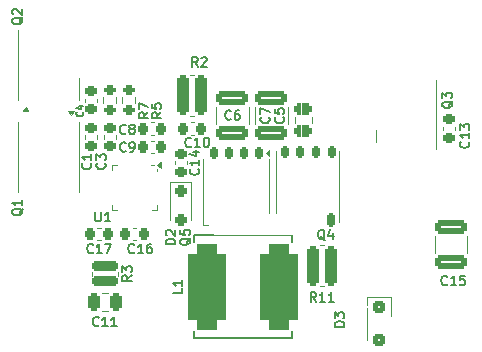
<source format=gbr>
%TF.GenerationSoftware,KiCad,Pcbnew,8.0.8*%
%TF.CreationDate,2025-03-17T13:27:47+01:00*%
%TF.ProjectId,BatteryCharger,42617474-6572-4794-9368-61726765722e,rev?*%
%TF.SameCoordinates,Original*%
%TF.FileFunction,Legend,Top*%
%TF.FilePolarity,Positive*%
%FSLAX46Y46*%
G04 Gerber Fmt 4.6, Leading zero omitted, Abs format (unit mm)*
G04 Created by KiCad (PCBNEW 8.0.8) date 2025-03-17 13:27:47*
%MOMM*%
%LPD*%
G01*
G04 APERTURE LIST*
G04 Aperture macros list*
%AMRoundRect*
0 Rectangle with rounded corners*
0 $1 Rounding radius*
0 $2 $3 $4 $5 $6 $7 $8 $9 X,Y pos of 4 corners*
0 Add a 4 corners polygon primitive as box body*
4,1,4,$2,$3,$4,$5,$6,$7,$8,$9,$2,$3,0*
0 Add four circle primitives for the rounded corners*
1,1,$1+$1,$2,$3*
1,1,$1+$1,$4,$5*
1,1,$1+$1,$6,$7*
1,1,$1+$1,$8,$9*
0 Add four rect primitives between the rounded corners*
20,1,$1+$1,$2,$3,$4,$5,0*
20,1,$1+$1,$4,$5,$6,$7,0*
20,1,$1+$1,$6,$7,$8,$9,0*
20,1,$1+$1,$8,$9,$2,$3,0*%
%AMFreePoly0*
4,1,53,0.519509,1.693079,0.555557,1.678147,0.583147,1.650557,0.598079,1.614509,0.600000,1.595000,0.600000,-1.495000,0.598079,-1.514509,0.583147,-1.550557,0.555557,-1.578147,0.519509,-1.593079,0.500000,-1.595000,-0.437500,-1.595000,-0.499686,-1.582630,-0.552405,-1.547405,-0.587630,-1.494686,-0.600000,-1.432500,-0.600000,-1.107500,-0.587630,-1.045314,-0.552405,-0.992595,-0.499686,-0.957370,
-0.437500,-0.945000,-0.100000,-0.945000,-0.100000,-0.325000,-0.437500,-0.325000,-0.499686,-0.312630,-0.552405,-0.277405,-0.587630,-0.224686,-0.600000,-0.162500,-0.600000,0.162500,-0.587630,0.224686,-0.552405,0.277405,-0.499686,0.312630,-0.437500,0.325000,-0.100000,0.325000,-0.100000,0.945000,-0.437500,0.945000,-0.499686,0.957370,-0.552405,0.992595,-0.587630,1.045314,-0.600000,1.107500,
-0.600000,1.432500,-0.587630,1.494686,-0.552405,1.547405,-0.499686,1.582630,-0.437500,1.595000,-0.100000,1.595000,-0.098079,1.614509,-0.083147,1.650557,-0.055557,1.678147,-0.019509,1.693079,0.000000,1.695000,0.500000,1.695000,0.519509,1.693079,0.519509,1.693079,$1*%
G04 Aperture macros list end*
%ADD10C,0.150000*%
%ADD11C,0.120000*%
%ADD12C,4.000000*%
%ADD13C,0.100000*%
%ADD14C,3.500000*%
%ADD15C,0.200000*%
%ADD16RoundRect,0.225000X0.225000X0.250000X-0.225000X0.250000X-0.225000X-0.250000X0.225000X-0.250000X0*%
%ADD17RoundRect,0.825000X-0.825000X-2.775000X0.825000X-2.775000X0.825000X2.775000X-0.825000X2.775000X0*%
%ADD18RoundRect,0.250000X-0.250000X-1.450000X0.250000X-1.450000X0.250000X1.450000X-0.250000X1.450000X0*%
%ADD19R,0.610000X1.270000*%
%ADD20R,3.910000X3.810000*%
%ADD21R,0.610000X1.020000*%
%ADD22RoundRect,0.150000X-0.150000X0.350000X-0.150000X-0.350000X0.150000X-0.350000X0.150000X0.350000X0*%
%ADD23R,0.626000X0.610000*%
%ADD24R,4.061000X4.200000*%
%ADD25R,0.500000X0.510000*%
%ADD26RoundRect,0.250000X0.250000X0.475000X-0.250000X0.475000X-0.250000X-0.475000X0.250000X-0.475000X0*%
%ADD27O,0.240000X0.700000*%
%ADD28O,0.700000X0.240000*%
%ADD29R,2.049999X2.049999*%
%ADD30RoundRect,0.250000X-1.100000X0.325000X-1.100000X-0.325000X1.100000X-0.325000X1.100000X0.325000X0*%
%ADD31RoundRect,0.200000X-0.275000X0.200000X-0.275000X-0.200000X0.275000X-0.200000X0.275000X0.200000X0*%
%ADD32RoundRect,0.225000X0.250000X-0.225000X0.250000X0.225000X-0.250000X0.225000X-0.250000X-0.225000X0*%
%ADD33RoundRect,0.250000X-0.475000X0.250000X-0.475000X-0.250000X0.475000X-0.250000X0.475000X0.250000X0*%
%ADD34FreePoly0,90.000000*%
%ADD35RoundRect,0.162500X0.162500X-0.437500X0.162500X0.437500X-0.162500X0.437500X-0.162500X-0.437500X0*%
%ADD36R,4.700000X4.500000*%
%ADD37RoundRect,0.175000X0.175000X-0.325000X0.175000X0.325000X-0.175000X0.325000X-0.175000X-0.325000X0*%
%ADD38RoundRect,0.250000X-0.250000X0.250000X-0.250000X-0.250000X0.250000X-0.250000X0.250000X0.250000X0*%
%ADD39RoundRect,0.250000X-0.300000X0.300000X-0.300000X-0.300000X0.300000X-0.300000X0.300000X0.300000X0*%
%ADD40RoundRect,0.225000X-0.250000X0.225000X-0.250000X-0.225000X0.250000X-0.225000X0.250000X0.225000X0*%
%ADD41RoundRect,0.207317X-0.892683X-0.217683X0.892683X-0.217683X0.892683X0.217683X-0.892683X0.217683X0*%
%ADD42RoundRect,0.225000X-0.225000X-0.250000X0.225000X-0.250000X0.225000X0.250000X-0.225000X0.250000X0*%
%ADD43C,3.500000*%
%ADD44C,1.540000*%
%ADD45C,2.800000*%
%ADD46C,3.000000*%
%ADD47C,1.600000*%
%ADD48C,1.800000*%
G04 APERTURE END LIST*
D10*
X139966667Y-98386104D02*
X139928571Y-98424200D01*
X139928571Y-98424200D02*
X139814286Y-98462295D01*
X139814286Y-98462295D02*
X139738095Y-98462295D01*
X139738095Y-98462295D02*
X139623809Y-98424200D01*
X139623809Y-98424200D02*
X139547619Y-98348009D01*
X139547619Y-98348009D02*
X139509524Y-98271819D01*
X139509524Y-98271819D02*
X139471428Y-98119438D01*
X139471428Y-98119438D02*
X139471428Y-98005152D01*
X139471428Y-98005152D02*
X139509524Y-97852771D01*
X139509524Y-97852771D02*
X139547619Y-97776580D01*
X139547619Y-97776580D02*
X139623809Y-97700390D01*
X139623809Y-97700390D02*
X139738095Y-97662295D01*
X139738095Y-97662295D02*
X139814286Y-97662295D01*
X139814286Y-97662295D02*
X139928571Y-97700390D01*
X139928571Y-97700390D02*
X139966667Y-97738485D01*
X140347619Y-98462295D02*
X140500000Y-98462295D01*
X140500000Y-98462295D02*
X140576190Y-98424200D01*
X140576190Y-98424200D02*
X140614286Y-98386104D01*
X140614286Y-98386104D02*
X140690476Y-98271819D01*
X140690476Y-98271819D02*
X140728571Y-98119438D01*
X140728571Y-98119438D02*
X140728571Y-97814676D01*
X140728571Y-97814676D02*
X140690476Y-97738485D01*
X140690476Y-97738485D02*
X140652381Y-97700390D01*
X140652381Y-97700390D02*
X140576190Y-97662295D01*
X140576190Y-97662295D02*
X140423809Y-97662295D01*
X140423809Y-97662295D02*
X140347619Y-97700390D01*
X140347619Y-97700390D02*
X140309524Y-97738485D01*
X140309524Y-97738485D02*
X140271428Y-97814676D01*
X140271428Y-97814676D02*
X140271428Y-98005152D01*
X140271428Y-98005152D02*
X140309524Y-98081342D01*
X140309524Y-98081342D02*
X140347619Y-98119438D01*
X140347619Y-98119438D02*
X140423809Y-98157533D01*
X140423809Y-98157533D02*
X140576190Y-98157533D01*
X140576190Y-98157533D02*
X140652381Y-98119438D01*
X140652381Y-98119438D02*
X140690476Y-98081342D01*
X140690476Y-98081342D02*
X140728571Y-98005152D01*
X144762295Y-110033333D02*
X144762295Y-110414285D01*
X144762295Y-110414285D02*
X143962295Y-110414285D01*
X144762295Y-109347619D02*
X144762295Y-109804762D01*
X144762295Y-109576190D02*
X143962295Y-109576190D01*
X143962295Y-109576190D02*
X144076580Y-109652381D01*
X144076580Y-109652381D02*
X144152771Y-109728571D01*
X144152771Y-109728571D02*
X144190866Y-109804762D01*
X140685714Y-106986104D02*
X140647618Y-107024200D01*
X140647618Y-107024200D02*
X140533333Y-107062295D01*
X140533333Y-107062295D02*
X140457142Y-107062295D01*
X140457142Y-107062295D02*
X140342856Y-107024200D01*
X140342856Y-107024200D02*
X140266666Y-106948009D01*
X140266666Y-106948009D02*
X140228571Y-106871819D01*
X140228571Y-106871819D02*
X140190475Y-106719438D01*
X140190475Y-106719438D02*
X140190475Y-106605152D01*
X140190475Y-106605152D02*
X140228571Y-106452771D01*
X140228571Y-106452771D02*
X140266666Y-106376580D01*
X140266666Y-106376580D02*
X140342856Y-106300390D01*
X140342856Y-106300390D02*
X140457142Y-106262295D01*
X140457142Y-106262295D02*
X140533333Y-106262295D01*
X140533333Y-106262295D02*
X140647618Y-106300390D01*
X140647618Y-106300390D02*
X140685714Y-106338485D01*
X141447618Y-107062295D02*
X140990475Y-107062295D01*
X141219047Y-107062295D02*
X141219047Y-106262295D01*
X141219047Y-106262295D02*
X141142856Y-106376580D01*
X141142856Y-106376580D02*
X141066666Y-106452771D01*
X141066666Y-106452771D02*
X140990475Y-106490866D01*
X142133333Y-106262295D02*
X141980952Y-106262295D01*
X141980952Y-106262295D02*
X141904761Y-106300390D01*
X141904761Y-106300390D02*
X141866666Y-106338485D01*
X141866666Y-106338485D02*
X141790476Y-106452771D01*
X141790476Y-106452771D02*
X141752380Y-106605152D01*
X141752380Y-106605152D02*
X141752380Y-106909914D01*
X141752380Y-106909914D02*
X141790476Y-106986104D01*
X141790476Y-106986104D02*
X141828571Y-107024200D01*
X141828571Y-107024200D02*
X141904761Y-107062295D01*
X141904761Y-107062295D02*
X142057142Y-107062295D01*
X142057142Y-107062295D02*
X142133333Y-107024200D01*
X142133333Y-107024200D02*
X142171428Y-106986104D01*
X142171428Y-106986104D02*
X142209523Y-106909914D01*
X142209523Y-106909914D02*
X142209523Y-106719438D01*
X142209523Y-106719438D02*
X142171428Y-106643247D01*
X142171428Y-106643247D02*
X142133333Y-106605152D01*
X142133333Y-106605152D02*
X142057142Y-106567057D01*
X142057142Y-106567057D02*
X141904761Y-106567057D01*
X141904761Y-106567057D02*
X141828571Y-106605152D01*
X141828571Y-106605152D02*
X141790476Y-106643247D01*
X141790476Y-106643247D02*
X141752380Y-106719438D01*
X146066667Y-91262295D02*
X145800000Y-90881342D01*
X145609524Y-91262295D02*
X145609524Y-90462295D01*
X145609524Y-90462295D02*
X145914286Y-90462295D01*
X145914286Y-90462295D02*
X145990476Y-90500390D01*
X145990476Y-90500390D02*
X146028571Y-90538485D01*
X146028571Y-90538485D02*
X146066667Y-90614676D01*
X146066667Y-90614676D02*
X146066667Y-90728961D01*
X146066667Y-90728961D02*
X146028571Y-90805152D01*
X146028571Y-90805152D02*
X145990476Y-90843247D01*
X145990476Y-90843247D02*
X145914286Y-90881342D01*
X145914286Y-90881342D02*
X145609524Y-90881342D01*
X146371428Y-90538485D02*
X146409524Y-90500390D01*
X146409524Y-90500390D02*
X146485714Y-90462295D01*
X146485714Y-90462295D02*
X146676190Y-90462295D01*
X146676190Y-90462295D02*
X146752381Y-90500390D01*
X146752381Y-90500390D02*
X146790476Y-90538485D01*
X146790476Y-90538485D02*
X146828571Y-90614676D01*
X146828571Y-90614676D02*
X146828571Y-90690866D01*
X146828571Y-90690866D02*
X146790476Y-90805152D01*
X146790476Y-90805152D02*
X146333333Y-91262295D01*
X146333333Y-91262295D02*
X146828571Y-91262295D01*
X131238485Y-87076190D02*
X131200390Y-87152380D01*
X131200390Y-87152380D02*
X131124200Y-87228571D01*
X131124200Y-87228571D02*
X131009914Y-87342857D01*
X131009914Y-87342857D02*
X130971819Y-87419047D01*
X130971819Y-87419047D02*
X130971819Y-87495238D01*
X131162295Y-87457142D02*
X131124200Y-87533333D01*
X131124200Y-87533333D02*
X131048009Y-87609523D01*
X131048009Y-87609523D02*
X130895628Y-87647619D01*
X130895628Y-87647619D02*
X130628961Y-87647619D01*
X130628961Y-87647619D02*
X130476580Y-87609523D01*
X130476580Y-87609523D02*
X130400390Y-87533333D01*
X130400390Y-87533333D02*
X130362295Y-87457142D01*
X130362295Y-87457142D02*
X130362295Y-87304761D01*
X130362295Y-87304761D02*
X130400390Y-87228571D01*
X130400390Y-87228571D02*
X130476580Y-87152380D01*
X130476580Y-87152380D02*
X130628961Y-87114285D01*
X130628961Y-87114285D02*
X130895628Y-87114285D01*
X130895628Y-87114285D02*
X131048009Y-87152380D01*
X131048009Y-87152380D02*
X131124200Y-87228571D01*
X131124200Y-87228571D02*
X131162295Y-87304761D01*
X131162295Y-87304761D02*
X131162295Y-87457142D01*
X130438485Y-86809524D02*
X130400390Y-86771428D01*
X130400390Y-86771428D02*
X130362295Y-86695238D01*
X130362295Y-86695238D02*
X130362295Y-86504762D01*
X130362295Y-86504762D02*
X130400390Y-86428571D01*
X130400390Y-86428571D02*
X130438485Y-86390476D01*
X130438485Y-86390476D02*
X130514676Y-86352381D01*
X130514676Y-86352381D02*
X130590866Y-86352381D01*
X130590866Y-86352381D02*
X130705152Y-86390476D01*
X130705152Y-86390476D02*
X131162295Y-86847619D01*
X131162295Y-86847619D02*
X131162295Y-86352381D01*
X145438485Y-105776190D02*
X145400390Y-105852380D01*
X145400390Y-105852380D02*
X145324200Y-105928571D01*
X145324200Y-105928571D02*
X145209914Y-106042857D01*
X145209914Y-106042857D02*
X145171819Y-106119047D01*
X145171819Y-106119047D02*
X145171819Y-106195238D01*
X145362295Y-106157142D02*
X145324200Y-106233333D01*
X145324200Y-106233333D02*
X145248009Y-106309523D01*
X145248009Y-106309523D02*
X145095628Y-106347619D01*
X145095628Y-106347619D02*
X144828961Y-106347619D01*
X144828961Y-106347619D02*
X144676580Y-106309523D01*
X144676580Y-106309523D02*
X144600390Y-106233333D01*
X144600390Y-106233333D02*
X144562295Y-106157142D01*
X144562295Y-106157142D02*
X144562295Y-106004761D01*
X144562295Y-106004761D02*
X144600390Y-105928571D01*
X144600390Y-105928571D02*
X144676580Y-105852380D01*
X144676580Y-105852380D02*
X144828961Y-105814285D01*
X144828961Y-105814285D02*
X145095628Y-105814285D01*
X145095628Y-105814285D02*
X145248009Y-105852380D01*
X145248009Y-105852380D02*
X145324200Y-105928571D01*
X145324200Y-105928571D02*
X145362295Y-106004761D01*
X145362295Y-106004761D02*
X145362295Y-106157142D01*
X144562295Y-105090476D02*
X144562295Y-105471428D01*
X144562295Y-105471428D02*
X144943247Y-105509524D01*
X144943247Y-105509524D02*
X144905152Y-105471428D01*
X144905152Y-105471428D02*
X144867057Y-105395238D01*
X144867057Y-105395238D02*
X144867057Y-105204762D01*
X144867057Y-105204762D02*
X144905152Y-105128571D01*
X144905152Y-105128571D02*
X144943247Y-105090476D01*
X144943247Y-105090476D02*
X145019438Y-105052381D01*
X145019438Y-105052381D02*
X145209914Y-105052381D01*
X145209914Y-105052381D02*
X145286104Y-105090476D01*
X145286104Y-105090476D02*
X145324200Y-105128571D01*
X145324200Y-105128571D02*
X145362295Y-105204762D01*
X145362295Y-105204762D02*
X145362295Y-105395238D01*
X145362295Y-105395238D02*
X145324200Y-105471428D01*
X145324200Y-105471428D02*
X145286104Y-105509524D01*
X137685714Y-113166104D02*
X137647618Y-113204200D01*
X137647618Y-113204200D02*
X137533333Y-113242295D01*
X137533333Y-113242295D02*
X137457142Y-113242295D01*
X137457142Y-113242295D02*
X137342856Y-113204200D01*
X137342856Y-113204200D02*
X137266666Y-113128009D01*
X137266666Y-113128009D02*
X137228571Y-113051819D01*
X137228571Y-113051819D02*
X137190475Y-112899438D01*
X137190475Y-112899438D02*
X137190475Y-112785152D01*
X137190475Y-112785152D02*
X137228571Y-112632771D01*
X137228571Y-112632771D02*
X137266666Y-112556580D01*
X137266666Y-112556580D02*
X137342856Y-112480390D01*
X137342856Y-112480390D02*
X137457142Y-112442295D01*
X137457142Y-112442295D02*
X137533333Y-112442295D01*
X137533333Y-112442295D02*
X137647618Y-112480390D01*
X137647618Y-112480390D02*
X137685714Y-112518485D01*
X138447618Y-113242295D02*
X137990475Y-113242295D01*
X138219047Y-113242295D02*
X138219047Y-112442295D01*
X138219047Y-112442295D02*
X138142856Y-112556580D01*
X138142856Y-112556580D02*
X138066666Y-112632771D01*
X138066666Y-112632771D02*
X137990475Y-112670866D01*
X139209523Y-113242295D02*
X138752380Y-113242295D01*
X138980952Y-113242295D02*
X138980952Y-112442295D01*
X138980952Y-112442295D02*
X138904761Y-112556580D01*
X138904761Y-112556580D02*
X138828571Y-112632771D01*
X138828571Y-112632771D02*
X138752380Y-112670866D01*
X137390476Y-103562295D02*
X137390476Y-104209914D01*
X137390476Y-104209914D02*
X137428571Y-104286104D01*
X137428571Y-104286104D02*
X137466666Y-104324200D01*
X137466666Y-104324200D02*
X137542857Y-104362295D01*
X137542857Y-104362295D02*
X137695238Y-104362295D01*
X137695238Y-104362295D02*
X137771428Y-104324200D01*
X137771428Y-104324200D02*
X137809523Y-104286104D01*
X137809523Y-104286104D02*
X137847619Y-104209914D01*
X137847619Y-104209914D02*
X137847619Y-103562295D01*
X138647618Y-104362295D02*
X138190475Y-104362295D01*
X138419047Y-104362295D02*
X138419047Y-103562295D01*
X138419047Y-103562295D02*
X138342856Y-103676580D01*
X138342856Y-103676580D02*
X138266666Y-103752771D01*
X138266666Y-103752771D02*
X138190475Y-103790866D01*
X167185714Y-109686104D02*
X167147618Y-109724200D01*
X167147618Y-109724200D02*
X167033333Y-109762295D01*
X167033333Y-109762295D02*
X166957142Y-109762295D01*
X166957142Y-109762295D02*
X166842856Y-109724200D01*
X166842856Y-109724200D02*
X166766666Y-109648009D01*
X166766666Y-109648009D02*
X166728571Y-109571819D01*
X166728571Y-109571819D02*
X166690475Y-109419438D01*
X166690475Y-109419438D02*
X166690475Y-109305152D01*
X166690475Y-109305152D02*
X166728571Y-109152771D01*
X166728571Y-109152771D02*
X166766666Y-109076580D01*
X166766666Y-109076580D02*
X166842856Y-109000390D01*
X166842856Y-109000390D02*
X166957142Y-108962295D01*
X166957142Y-108962295D02*
X167033333Y-108962295D01*
X167033333Y-108962295D02*
X167147618Y-109000390D01*
X167147618Y-109000390D02*
X167185714Y-109038485D01*
X167947618Y-109762295D02*
X167490475Y-109762295D01*
X167719047Y-109762295D02*
X167719047Y-108962295D01*
X167719047Y-108962295D02*
X167642856Y-109076580D01*
X167642856Y-109076580D02*
X167566666Y-109152771D01*
X167566666Y-109152771D02*
X167490475Y-109190866D01*
X168671428Y-108962295D02*
X168290476Y-108962295D01*
X168290476Y-108962295D02*
X168252380Y-109343247D01*
X168252380Y-109343247D02*
X168290476Y-109305152D01*
X168290476Y-109305152D02*
X168366666Y-109267057D01*
X168366666Y-109267057D02*
X168557142Y-109267057D01*
X168557142Y-109267057D02*
X168633333Y-109305152D01*
X168633333Y-109305152D02*
X168671428Y-109343247D01*
X168671428Y-109343247D02*
X168709523Y-109419438D01*
X168709523Y-109419438D02*
X168709523Y-109609914D01*
X168709523Y-109609914D02*
X168671428Y-109686104D01*
X168671428Y-109686104D02*
X168633333Y-109724200D01*
X168633333Y-109724200D02*
X168557142Y-109762295D01*
X168557142Y-109762295D02*
X168366666Y-109762295D01*
X168366666Y-109762295D02*
X168290476Y-109724200D01*
X168290476Y-109724200D02*
X168252380Y-109686104D01*
X139966667Y-96886104D02*
X139928571Y-96924200D01*
X139928571Y-96924200D02*
X139814286Y-96962295D01*
X139814286Y-96962295D02*
X139738095Y-96962295D01*
X139738095Y-96962295D02*
X139623809Y-96924200D01*
X139623809Y-96924200D02*
X139547619Y-96848009D01*
X139547619Y-96848009D02*
X139509524Y-96771819D01*
X139509524Y-96771819D02*
X139471428Y-96619438D01*
X139471428Y-96619438D02*
X139471428Y-96505152D01*
X139471428Y-96505152D02*
X139509524Y-96352771D01*
X139509524Y-96352771D02*
X139547619Y-96276580D01*
X139547619Y-96276580D02*
X139623809Y-96200390D01*
X139623809Y-96200390D02*
X139738095Y-96162295D01*
X139738095Y-96162295D02*
X139814286Y-96162295D01*
X139814286Y-96162295D02*
X139928571Y-96200390D01*
X139928571Y-96200390D02*
X139966667Y-96238485D01*
X140423809Y-96505152D02*
X140347619Y-96467057D01*
X140347619Y-96467057D02*
X140309524Y-96428961D01*
X140309524Y-96428961D02*
X140271428Y-96352771D01*
X140271428Y-96352771D02*
X140271428Y-96314676D01*
X140271428Y-96314676D02*
X140309524Y-96238485D01*
X140309524Y-96238485D02*
X140347619Y-96200390D01*
X140347619Y-96200390D02*
X140423809Y-96162295D01*
X140423809Y-96162295D02*
X140576190Y-96162295D01*
X140576190Y-96162295D02*
X140652381Y-96200390D01*
X140652381Y-96200390D02*
X140690476Y-96238485D01*
X140690476Y-96238485D02*
X140728571Y-96314676D01*
X140728571Y-96314676D02*
X140728571Y-96352771D01*
X140728571Y-96352771D02*
X140690476Y-96428961D01*
X140690476Y-96428961D02*
X140652381Y-96467057D01*
X140652381Y-96467057D02*
X140576190Y-96505152D01*
X140576190Y-96505152D02*
X140423809Y-96505152D01*
X140423809Y-96505152D02*
X140347619Y-96543247D01*
X140347619Y-96543247D02*
X140309524Y-96581342D01*
X140309524Y-96581342D02*
X140271428Y-96657533D01*
X140271428Y-96657533D02*
X140271428Y-96809914D01*
X140271428Y-96809914D02*
X140309524Y-96886104D01*
X140309524Y-96886104D02*
X140347619Y-96924200D01*
X140347619Y-96924200D02*
X140423809Y-96962295D01*
X140423809Y-96962295D02*
X140576190Y-96962295D01*
X140576190Y-96962295D02*
X140652381Y-96924200D01*
X140652381Y-96924200D02*
X140690476Y-96886104D01*
X140690476Y-96886104D02*
X140728571Y-96809914D01*
X140728571Y-96809914D02*
X140728571Y-96657533D01*
X140728571Y-96657533D02*
X140690476Y-96581342D01*
X140690476Y-96581342D02*
X140652381Y-96543247D01*
X140652381Y-96543247D02*
X140576190Y-96505152D01*
X142962295Y-95133332D02*
X142581342Y-95399999D01*
X142962295Y-95590475D02*
X142162295Y-95590475D01*
X142162295Y-95590475D02*
X142162295Y-95285713D01*
X142162295Y-95285713D02*
X142200390Y-95209523D01*
X142200390Y-95209523D02*
X142238485Y-95171428D01*
X142238485Y-95171428D02*
X142314676Y-95133332D01*
X142314676Y-95133332D02*
X142428961Y-95133332D01*
X142428961Y-95133332D02*
X142505152Y-95171428D01*
X142505152Y-95171428D02*
X142543247Y-95209523D01*
X142543247Y-95209523D02*
X142581342Y-95285713D01*
X142581342Y-95285713D02*
X142581342Y-95590475D01*
X142162295Y-94409523D02*
X142162295Y-94790475D01*
X142162295Y-94790475D02*
X142543247Y-94828571D01*
X142543247Y-94828571D02*
X142505152Y-94790475D01*
X142505152Y-94790475D02*
X142467057Y-94714285D01*
X142467057Y-94714285D02*
X142467057Y-94523809D01*
X142467057Y-94523809D02*
X142505152Y-94447618D01*
X142505152Y-94447618D02*
X142543247Y-94409523D01*
X142543247Y-94409523D02*
X142619438Y-94371428D01*
X142619438Y-94371428D02*
X142809914Y-94371428D01*
X142809914Y-94371428D02*
X142886104Y-94409523D01*
X142886104Y-94409523D02*
X142924200Y-94447618D01*
X142924200Y-94447618D02*
X142962295Y-94523809D01*
X142962295Y-94523809D02*
X142962295Y-94714285D01*
X142962295Y-94714285D02*
X142924200Y-94790475D01*
X142924200Y-94790475D02*
X142886104Y-94828571D01*
X146086104Y-99914285D02*
X146124200Y-99952381D01*
X146124200Y-99952381D02*
X146162295Y-100066666D01*
X146162295Y-100066666D02*
X146162295Y-100142857D01*
X146162295Y-100142857D02*
X146124200Y-100257143D01*
X146124200Y-100257143D02*
X146048009Y-100333333D01*
X146048009Y-100333333D02*
X145971819Y-100371428D01*
X145971819Y-100371428D02*
X145819438Y-100409524D01*
X145819438Y-100409524D02*
X145705152Y-100409524D01*
X145705152Y-100409524D02*
X145552771Y-100371428D01*
X145552771Y-100371428D02*
X145476580Y-100333333D01*
X145476580Y-100333333D02*
X145400390Y-100257143D01*
X145400390Y-100257143D02*
X145362295Y-100142857D01*
X145362295Y-100142857D02*
X145362295Y-100066666D01*
X145362295Y-100066666D02*
X145400390Y-99952381D01*
X145400390Y-99952381D02*
X145438485Y-99914285D01*
X146162295Y-99152381D02*
X146162295Y-99609524D01*
X146162295Y-99380952D02*
X145362295Y-99380952D01*
X145362295Y-99380952D02*
X145476580Y-99457143D01*
X145476580Y-99457143D02*
X145552771Y-99533333D01*
X145552771Y-99533333D02*
X145590866Y-99609524D01*
X145628961Y-98466666D02*
X146162295Y-98466666D01*
X145324200Y-98657142D02*
X145895628Y-98847619D01*
X145895628Y-98847619D02*
X145895628Y-98352380D01*
X156085714Y-111162295D02*
X155819047Y-110781342D01*
X155628571Y-111162295D02*
X155628571Y-110362295D01*
X155628571Y-110362295D02*
X155933333Y-110362295D01*
X155933333Y-110362295D02*
X156009523Y-110400390D01*
X156009523Y-110400390D02*
X156047618Y-110438485D01*
X156047618Y-110438485D02*
X156085714Y-110514676D01*
X156085714Y-110514676D02*
X156085714Y-110628961D01*
X156085714Y-110628961D02*
X156047618Y-110705152D01*
X156047618Y-110705152D02*
X156009523Y-110743247D01*
X156009523Y-110743247D02*
X155933333Y-110781342D01*
X155933333Y-110781342D02*
X155628571Y-110781342D01*
X156847618Y-111162295D02*
X156390475Y-111162295D01*
X156619047Y-111162295D02*
X156619047Y-110362295D01*
X156619047Y-110362295D02*
X156542856Y-110476580D01*
X156542856Y-110476580D02*
X156466666Y-110552771D01*
X156466666Y-110552771D02*
X156390475Y-110590866D01*
X157609523Y-111162295D02*
X157152380Y-111162295D01*
X157380952Y-111162295D02*
X157380952Y-110362295D01*
X157380952Y-110362295D02*
X157304761Y-110476580D01*
X157304761Y-110476580D02*
X157228571Y-110552771D01*
X157228571Y-110552771D02*
X157152380Y-110590866D01*
X153286104Y-95533332D02*
X153324200Y-95571428D01*
X153324200Y-95571428D02*
X153362295Y-95685713D01*
X153362295Y-95685713D02*
X153362295Y-95761904D01*
X153362295Y-95761904D02*
X153324200Y-95876190D01*
X153324200Y-95876190D02*
X153248009Y-95952380D01*
X153248009Y-95952380D02*
X153171819Y-95990475D01*
X153171819Y-95990475D02*
X153019438Y-96028571D01*
X153019438Y-96028571D02*
X152905152Y-96028571D01*
X152905152Y-96028571D02*
X152752771Y-95990475D01*
X152752771Y-95990475D02*
X152676580Y-95952380D01*
X152676580Y-95952380D02*
X152600390Y-95876190D01*
X152600390Y-95876190D02*
X152562295Y-95761904D01*
X152562295Y-95761904D02*
X152562295Y-95685713D01*
X152562295Y-95685713D02*
X152600390Y-95571428D01*
X152600390Y-95571428D02*
X152638485Y-95533332D01*
X152562295Y-94809523D02*
X152562295Y-95190475D01*
X152562295Y-95190475D02*
X152943247Y-95228571D01*
X152943247Y-95228571D02*
X152905152Y-95190475D01*
X152905152Y-95190475D02*
X152867057Y-95114285D01*
X152867057Y-95114285D02*
X152867057Y-94923809D01*
X152867057Y-94923809D02*
X152905152Y-94847618D01*
X152905152Y-94847618D02*
X152943247Y-94809523D01*
X152943247Y-94809523D02*
X153019438Y-94771428D01*
X153019438Y-94771428D02*
X153209914Y-94771428D01*
X153209914Y-94771428D02*
X153286104Y-94809523D01*
X153286104Y-94809523D02*
X153324200Y-94847618D01*
X153324200Y-94847618D02*
X153362295Y-94923809D01*
X153362295Y-94923809D02*
X153362295Y-95114285D01*
X153362295Y-95114285D02*
X153324200Y-95190475D01*
X153324200Y-95190475D02*
X153286104Y-95228571D01*
X156823809Y-105938485D02*
X156747619Y-105900390D01*
X156747619Y-105900390D02*
X156671428Y-105824200D01*
X156671428Y-105824200D02*
X156557142Y-105709914D01*
X156557142Y-105709914D02*
X156480952Y-105671819D01*
X156480952Y-105671819D02*
X156404761Y-105671819D01*
X156442857Y-105862295D02*
X156366666Y-105824200D01*
X156366666Y-105824200D02*
X156290476Y-105748009D01*
X156290476Y-105748009D02*
X156252380Y-105595628D01*
X156252380Y-105595628D02*
X156252380Y-105328961D01*
X156252380Y-105328961D02*
X156290476Y-105176580D01*
X156290476Y-105176580D02*
X156366666Y-105100390D01*
X156366666Y-105100390D02*
X156442857Y-105062295D01*
X156442857Y-105062295D02*
X156595238Y-105062295D01*
X156595238Y-105062295D02*
X156671428Y-105100390D01*
X156671428Y-105100390D02*
X156747619Y-105176580D01*
X156747619Y-105176580D02*
X156785714Y-105328961D01*
X156785714Y-105328961D02*
X156785714Y-105595628D01*
X156785714Y-105595628D02*
X156747619Y-105748009D01*
X156747619Y-105748009D02*
X156671428Y-105824200D01*
X156671428Y-105824200D02*
X156595238Y-105862295D01*
X156595238Y-105862295D02*
X156442857Y-105862295D01*
X157471428Y-105328961D02*
X157471428Y-105862295D01*
X157280952Y-105024200D02*
X157090475Y-105595628D01*
X157090475Y-105595628D02*
X157585714Y-105595628D01*
X148866667Y-95686104D02*
X148828571Y-95724200D01*
X148828571Y-95724200D02*
X148714286Y-95762295D01*
X148714286Y-95762295D02*
X148638095Y-95762295D01*
X148638095Y-95762295D02*
X148523809Y-95724200D01*
X148523809Y-95724200D02*
X148447619Y-95648009D01*
X148447619Y-95648009D02*
X148409524Y-95571819D01*
X148409524Y-95571819D02*
X148371428Y-95419438D01*
X148371428Y-95419438D02*
X148371428Y-95305152D01*
X148371428Y-95305152D02*
X148409524Y-95152771D01*
X148409524Y-95152771D02*
X148447619Y-95076580D01*
X148447619Y-95076580D02*
X148523809Y-95000390D01*
X148523809Y-95000390D02*
X148638095Y-94962295D01*
X148638095Y-94962295D02*
X148714286Y-94962295D01*
X148714286Y-94962295D02*
X148828571Y-95000390D01*
X148828571Y-95000390D02*
X148866667Y-95038485D01*
X149552381Y-94962295D02*
X149400000Y-94962295D01*
X149400000Y-94962295D02*
X149323809Y-95000390D01*
X149323809Y-95000390D02*
X149285714Y-95038485D01*
X149285714Y-95038485D02*
X149209524Y-95152771D01*
X149209524Y-95152771D02*
X149171428Y-95305152D01*
X149171428Y-95305152D02*
X149171428Y-95609914D01*
X149171428Y-95609914D02*
X149209524Y-95686104D01*
X149209524Y-95686104D02*
X149247619Y-95724200D01*
X149247619Y-95724200D02*
X149323809Y-95762295D01*
X149323809Y-95762295D02*
X149476190Y-95762295D01*
X149476190Y-95762295D02*
X149552381Y-95724200D01*
X149552381Y-95724200D02*
X149590476Y-95686104D01*
X149590476Y-95686104D02*
X149628571Y-95609914D01*
X149628571Y-95609914D02*
X149628571Y-95419438D01*
X149628571Y-95419438D02*
X149590476Y-95343247D01*
X149590476Y-95343247D02*
X149552381Y-95305152D01*
X149552381Y-95305152D02*
X149476190Y-95267057D01*
X149476190Y-95267057D02*
X149323809Y-95267057D01*
X149323809Y-95267057D02*
X149247619Y-95305152D01*
X149247619Y-95305152D02*
X149209524Y-95343247D01*
X149209524Y-95343247D02*
X149171428Y-95419438D01*
X137185714Y-106986104D02*
X137147618Y-107024200D01*
X137147618Y-107024200D02*
X137033333Y-107062295D01*
X137033333Y-107062295D02*
X136957142Y-107062295D01*
X136957142Y-107062295D02*
X136842856Y-107024200D01*
X136842856Y-107024200D02*
X136766666Y-106948009D01*
X136766666Y-106948009D02*
X136728571Y-106871819D01*
X136728571Y-106871819D02*
X136690475Y-106719438D01*
X136690475Y-106719438D02*
X136690475Y-106605152D01*
X136690475Y-106605152D02*
X136728571Y-106452771D01*
X136728571Y-106452771D02*
X136766666Y-106376580D01*
X136766666Y-106376580D02*
X136842856Y-106300390D01*
X136842856Y-106300390D02*
X136957142Y-106262295D01*
X136957142Y-106262295D02*
X137033333Y-106262295D01*
X137033333Y-106262295D02*
X137147618Y-106300390D01*
X137147618Y-106300390D02*
X137185714Y-106338485D01*
X137947618Y-107062295D02*
X137490475Y-107062295D01*
X137719047Y-107062295D02*
X137719047Y-106262295D01*
X137719047Y-106262295D02*
X137642856Y-106376580D01*
X137642856Y-106376580D02*
X137566666Y-106452771D01*
X137566666Y-106452771D02*
X137490475Y-106490866D01*
X138214285Y-106262295D02*
X138747619Y-106262295D01*
X138747619Y-106262295D02*
X138404761Y-107062295D01*
X144162295Y-106290475D02*
X143362295Y-106290475D01*
X143362295Y-106290475D02*
X143362295Y-106099999D01*
X143362295Y-106099999D02*
X143400390Y-105985713D01*
X143400390Y-105985713D02*
X143476580Y-105909523D01*
X143476580Y-105909523D02*
X143552771Y-105871428D01*
X143552771Y-105871428D02*
X143705152Y-105833332D01*
X143705152Y-105833332D02*
X143819438Y-105833332D01*
X143819438Y-105833332D02*
X143971819Y-105871428D01*
X143971819Y-105871428D02*
X144048009Y-105909523D01*
X144048009Y-105909523D02*
X144124200Y-105985713D01*
X144124200Y-105985713D02*
X144162295Y-106099999D01*
X144162295Y-106099999D02*
X144162295Y-106290475D01*
X143438485Y-105528571D02*
X143400390Y-105490475D01*
X143400390Y-105490475D02*
X143362295Y-105414285D01*
X143362295Y-105414285D02*
X143362295Y-105223809D01*
X143362295Y-105223809D02*
X143400390Y-105147618D01*
X143400390Y-105147618D02*
X143438485Y-105109523D01*
X143438485Y-105109523D02*
X143514676Y-105071428D01*
X143514676Y-105071428D02*
X143590866Y-105071428D01*
X143590866Y-105071428D02*
X143705152Y-105109523D01*
X143705152Y-105109523D02*
X144162295Y-105566666D01*
X144162295Y-105566666D02*
X144162295Y-105071428D01*
X158462295Y-113290475D02*
X157662295Y-113290475D01*
X157662295Y-113290475D02*
X157662295Y-113099999D01*
X157662295Y-113099999D02*
X157700390Y-112985713D01*
X157700390Y-112985713D02*
X157776580Y-112909523D01*
X157776580Y-112909523D02*
X157852771Y-112871428D01*
X157852771Y-112871428D02*
X158005152Y-112833332D01*
X158005152Y-112833332D02*
X158119438Y-112833332D01*
X158119438Y-112833332D02*
X158271819Y-112871428D01*
X158271819Y-112871428D02*
X158348009Y-112909523D01*
X158348009Y-112909523D02*
X158424200Y-112985713D01*
X158424200Y-112985713D02*
X158462295Y-113099999D01*
X158462295Y-113099999D02*
X158462295Y-113290475D01*
X157662295Y-112566666D02*
X157662295Y-112071428D01*
X157662295Y-112071428D02*
X157967057Y-112338094D01*
X157967057Y-112338094D02*
X157967057Y-112223809D01*
X157967057Y-112223809D02*
X158005152Y-112147618D01*
X158005152Y-112147618D02*
X158043247Y-112109523D01*
X158043247Y-112109523D02*
X158119438Y-112071428D01*
X158119438Y-112071428D02*
X158309914Y-112071428D01*
X158309914Y-112071428D02*
X158386104Y-112109523D01*
X158386104Y-112109523D02*
X158424200Y-112147618D01*
X158424200Y-112147618D02*
X158462295Y-112223809D01*
X158462295Y-112223809D02*
X158462295Y-112452380D01*
X158462295Y-112452380D02*
X158424200Y-112528571D01*
X158424200Y-112528571D02*
X158386104Y-112566666D01*
X136312628Y-95099999D02*
X136341200Y-95128571D01*
X136341200Y-95128571D02*
X136369771Y-95214285D01*
X136369771Y-95214285D02*
X136369771Y-95271428D01*
X136369771Y-95271428D02*
X136341200Y-95357142D01*
X136341200Y-95357142D02*
X136284057Y-95414285D01*
X136284057Y-95414285D02*
X136226914Y-95442856D01*
X136226914Y-95442856D02*
X136112628Y-95471428D01*
X136112628Y-95471428D02*
X136026914Y-95471428D01*
X136026914Y-95471428D02*
X135912628Y-95442856D01*
X135912628Y-95442856D02*
X135855485Y-95414285D01*
X135855485Y-95414285D02*
X135798342Y-95357142D01*
X135798342Y-95357142D02*
X135769771Y-95271428D01*
X135769771Y-95271428D02*
X135769771Y-95214285D01*
X135769771Y-95214285D02*
X135798342Y-95128571D01*
X135798342Y-95128571D02*
X135826914Y-95099999D01*
X135969771Y-94585714D02*
X136369771Y-94585714D01*
X135741200Y-94728571D02*
X136169771Y-94871428D01*
X136169771Y-94871428D02*
X136169771Y-94499999D01*
X136986104Y-99433332D02*
X137024200Y-99471428D01*
X137024200Y-99471428D02*
X137062295Y-99585713D01*
X137062295Y-99585713D02*
X137062295Y-99661904D01*
X137062295Y-99661904D02*
X137024200Y-99776190D01*
X137024200Y-99776190D02*
X136948009Y-99852380D01*
X136948009Y-99852380D02*
X136871819Y-99890475D01*
X136871819Y-99890475D02*
X136719438Y-99928571D01*
X136719438Y-99928571D02*
X136605152Y-99928571D01*
X136605152Y-99928571D02*
X136452771Y-99890475D01*
X136452771Y-99890475D02*
X136376580Y-99852380D01*
X136376580Y-99852380D02*
X136300390Y-99776190D01*
X136300390Y-99776190D02*
X136262295Y-99661904D01*
X136262295Y-99661904D02*
X136262295Y-99585713D01*
X136262295Y-99585713D02*
X136300390Y-99471428D01*
X136300390Y-99471428D02*
X136338485Y-99433332D01*
X137062295Y-98671428D02*
X137062295Y-99128571D01*
X137062295Y-98899999D02*
X136262295Y-98899999D01*
X136262295Y-98899999D02*
X136376580Y-98976190D01*
X136376580Y-98976190D02*
X136452771Y-99052380D01*
X136452771Y-99052380D02*
X136490866Y-99128571D01*
X168986104Y-97614285D02*
X169024200Y-97652381D01*
X169024200Y-97652381D02*
X169062295Y-97766666D01*
X169062295Y-97766666D02*
X169062295Y-97842857D01*
X169062295Y-97842857D02*
X169024200Y-97957143D01*
X169024200Y-97957143D02*
X168948009Y-98033333D01*
X168948009Y-98033333D02*
X168871819Y-98071428D01*
X168871819Y-98071428D02*
X168719438Y-98109524D01*
X168719438Y-98109524D02*
X168605152Y-98109524D01*
X168605152Y-98109524D02*
X168452771Y-98071428D01*
X168452771Y-98071428D02*
X168376580Y-98033333D01*
X168376580Y-98033333D02*
X168300390Y-97957143D01*
X168300390Y-97957143D02*
X168262295Y-97842857D01*
X168262295Y-97842857D02*
X168262295Y-97766666D01*
X168262295Y-97766666D02*
X168300390Y-97652381D01*
X168300390Y-97652381D02*
X168338485Y-97614285D01*
X169062295Y-96852381D02*
X169062295Y-97309524D01*
X169062295Y-97080952D02*
X168262295Y-97080952D01*
X168262295Y-97080952D02*
X168376580Y-97157143D01*
X168376580Y-97157143D02*
X168452771Y-97233333D01*
X168452771Y-97233333D02*
X168490866Y-97309524D01*
X168262295Y-96585714D02*
X168262295Y-96090476D01*
X168262295Y-96090476D02*
X168567057Y-96357142D01*
X168567057Y-96357142D02*
X168567057Y-96242857D01*
X168567057Y-96242857D02*
X168605152Y-96166666D01*
X168605152Y-96166666D02*
X168643247Y-96128571D01*
X168643247Y-96128571D02*
X168719438Y-96090476D01*
X168719438Y-96090476D02*
X168909914Y-96090476D01*
X168909914Y-96090476D02*
X168986104Y-96128571D01*
X168986104Y-96128571D02*
X169024200Y-96166666D01*
X169024200Y-96166666D02*
X169062295Y-96242857D01*
X169062295Y-96242857D02*
X169062295Y-96471428D01*
X169062295Y-96471428D02*
X169024200Y-96547619D01*
X169024200Y-96547619D02*
X168986104Y-96585714D01*
X140462295Y-108933332D02*
X140081342Y-109199999D01*
X140462295Y-109390475D02*
X139662295Y-109390475D01*
X139662295Y-109390475D02*
X139662295Y-109085713D01*
X139662295Y-109085713D02*
X139700390Y-109009523D01*
X139700390Y-109009523D02*
X139738485Y-108971428D01*
X139738485Y-108971428D02*
X139814676Y-108933332D01*
X139814676Y-108933332D02*
X139928961Y-108933332D01*
X139928961Y-108933332D02*
X140005152Y-108971428D01*
X140005152Y-108971428D02*
X140043247Y-109009523D01*
X140043247Y-109009523D02*
X140081342Y-109085713D01*
X140081342Y-109085713D02*
X140081342Y-109390475D01*
X139662295Y-108666666D02*
X139662295Y-108171428D01*
X139662295Y-108171428D02*
X139967057Y-108438094D01*
X139967057Y-108438094D02*
X139967057Y-108323809D01*
X139967057Y-108323809D02*
X140005152Y-108247618D01*
X140005152Y-108247618D02*
X140043247Y-108209523D01*
X140043247Y-108209523D02*
X140119438Y-108171428D01*
X140119438Y-108171428D02*
X140309914Y-108171428D01*
X140309914Y-108171428D02*
X140386104Y-108209523D01*
X140386104Y-108209523D02*
X140424200Y-108247618D01*
X140424200Y-108247618D02*
X140462295Y-108323809D01*
X140462295Y-108323809D02*
X140462295Y-108552380D01*
X140462295Y-108552380D02*
X140424200Y-108628571D01*
X140424200Y-108628571D02*
X140386104Y-108666666D01*
X138186104Y-99433332D02*
X138224200Y-99471428D01*
X138224200Y-99471428D02*
X138262295Y-99585713D01*
X138262295Y-99585713D02*
X138262295Y-99661904D01*
X138262295Y-99661904D02*
X138224200Y-99776190D01*
X138224200Y-99776190D02*
X138148009Y-99852380D01*
X138148009Y-99852380D02*
X138071819Y-99890475D01*
X138071819Y-99890475D02*
X137919438Y-99928571D01*
X137919438Y-99928571D02*
X137805152Y-99928571D01*
X137805152Y-99928571D02*
X137652771Y-99890475D01*
X137652771Y-99890475D02*
X137576580Y-99852380D01*
X137576580Y-99852380D02*
X137500390Y-99776190D01*
X137500390Y-99776190D02*
X137462295Y-99661904D01*
X137462295Y-99661904D02*
X137462295Y-99585713D01*
X137462295Y-99585713D02*
X137500390Y-99471428D01*
X137500390Y-99471428D02*
X137538485Y-99433332D01*
X137462295Y-99166666D02*
X137462295Y-98671428D01*
X137462295Y-98671428D02*
X137767057Y-98938094D01*
X137767057Y-98938094D02*
X137767057Y-98823809D01*
X137767057Y-98823809D02*
X137805152Y-98747618D01*
X137805152Y-98747618D02*
X137843247Y-98709523D01*
X137843247Y-98709523D02*
X137919438Y-98671428D01*
X137919438Y-98671428D02*
X138109914Y-98671428D01*
X138109914Y-98671428D02*
X138186104Y-98709523D01*
X138186104Y-98709523D02*
X138224200Y-98747618D01*
X138224200Y-98747618D02*
X138262295Y-98823809D01*
X138262295Y-98823809D02*
X138262295Y-99052380D01*
X138262295Y-99052380D02*
X138224200Y-99128571D01*
X138224200Y-99128571D02*
X138186104Y-99166666D01*
X131238485Y-103276190D02*
X131200390Y-103352380D01*
X131200390Y-103352380D02*
X131124200Y-103428571D01*
X131124200Y-103428571D02*
X131009914Y-103542857D01*
X131009914Y-103542857D02*
X130971819Y-103619047D01*
X130971819Y-103619047D02*
X130971819Y-103695238D01*
X131162295Y-103657142D02*
X131124200Y-103733333D01*
X131124200Y-103733333D02*
X131048009Y-103809523D01*
X131048009Y-103809523D02*
X130895628Y-103847619D01*
X130895628Y-103847619D02*
X130628961Y-103847619D01*
X130628961Y-103847619D02*
X130476580Y-103809523D01*
X130476580Y-103809523D02*
X130400390Y-103733333D01*
X130400390Y-103733333D02*
X130362295Y-103657142D01*
X130362295Y-103657142D02*
X130362295Y-103504761D01*
X130362295Y-103504761D02*
X130400390Y-103428571D01*
X130400390Y-103428571D02*
X130476580Y-103352380D01*
X130476580Y-103352380D02*
X130628961Y-103314285D01*
X130628961Y-103314285D02*
X130895628Y-103314285D01*
X130895628Y-103314285D02*
X131048009Y-103352380D01*
X131048009Y-103352380D02*
X131124200Y-103428571D01*
X131124200Y-103428571D02*
X131162295Y-103504761D01*
X131162295Y-103504761D02*
X131162295Y-103657142D01*
X131162295Y-102552381D02*
X131162295Y-103009524D01*
X131162295Y-102780952D02*
X130362295Y-102780952D01*
X130362295Y-102780952D02*
X130476580Y-102857143D01*
X130476580Y-102857143D02*
X130552771Y-102933333D01*
X130552771Y-102933333D02*
X130590866Y-103009524D01*
X141862295Y-95133332D02*
X141481342Y-95399999D01*
X141862295Y-95590475D02*
X141062295Y-95590475D01*
X141062295Y-95590475D02*
X141062295Y-95285713D01*
X141062295Y-95285713D02*
X141100390Y-95209523D01*
X141100390Y-95209523D02*
X141138485Y-95171428D01*
X141138485Y-95171428D02*
X141214676Y-95133332D01*
X141214676Y-95133332D02*
X141328961Y-95133332D01*
X141328961Y-95133332D02*
X141405152Y-95171428D01*
X141405152Y-95171428D02*
X141443247Y-95209523D01*
X141443247Y-95209523D02*
X141481342Y-95285713D01*
X141481342Y-95285713D02*
X141481342Y-95590475D01*
X141062295Y-94866666D02*
X141062295Y-94333332D01*
X141062295Y-94333332D02*
X141862295Y-94676190D01*
X145485714Y-97986104D02*
X145447618Y-98024200D01*
X145447618Y-98024200D02*
X145333333Y-98062295D01*
X145333333Y-98062295D02*
X145257142Y-98062295D01*
X145257142Y-98062295D02*
X145142856Y-98024200D01*
X145142856Y-98024200D02*
X145066666Y-97948009D01*
X145066666Y-97948009D02*
X145028571Y-97871819D01*
X145028571Y-97871819D02*
X144990475Y-97719438D01*
X144990475Y-97719438D02*
X144990475Y-97605152D01*
X144990475Y-97605152D02*
X145028571Y-97452771D01*
X145028571Y-97452771D02*
X145066666Y-97376580D01*
X145066666Y-97376580D02*
X145142856Y-97300390D01*
X145142856Y-97300390D02*
X145257142Y-97262295D01*
X145257142Y-97262295D02*
X145333333Y-97262295D01*
X145333333Y-97262295D02*
X145447618Y-97300390D01*
X145447618Y-97300390D02*
X145485714Y-97338485D01*
X146247618Y-98062295D02*
X145790475Y-98062295D01*
X146019047Y-98062295D02*
X146019047Y-97262295D01*
X146019047Y-97262295D02*
X145942856Y-97376580D01*
X145942856Y-97376580D02*
X145866666Y-97452771D01*
X145866666Y-97452771D02*
X145790475Y-97490866D01*
X146742857Y-97262295D02*
X146819047Y-97262295D01*
X146819047Y-97262295D02*
X146895238Y-97300390D01*
X146895238Y-97300390D02*
X146933333Y-97338485D01*
X146933333Y-97338485D02*
X146971428Y-97414676D01*
X146971428Y-97414676D02*
X147009523Y-97567057D01*
X147009523Y-97567057D02*
X147009523Y-97757533D01*
X147009523Y-97757533D02*
X146971428Y-97909914D01*
X146971428Y-97909914D02*
X146933333Y-97986104D01*
X146933333Y-97986104D02*
X146895238Y-98024200D01*
X146895238Y-98024200D02*
X146819047Y-98062295D01*
X146819047Y-98062295D02*
X146742857Y-98062295D01*
X146742857Y-98062295D02*
X146666666Y-98024200D01*
X146666666Y-98024200D02*
X146628571Y-97986104D01*
X146628571Y-97986104D02*
X146590476Y-97909914D01*
X146590476Y-97909914D02*
X146552380Y-97757533D01*
X146552380Y-97757533D02*
X146552380Y-97567057D01*
X146552380Y-97567057D02*
X146590476Y-97414676D01*
X146590476Y-97414676D02*
X146628571Y-97338485D01*
X146628571Y-97338485D02*
X146666666Y-97300390D01*
X146666666Y-97300390D02*
X146742857Y-97262295D01*
X167638485Y-94176190D02*
X167600390Y-94252380D01*
X167600390Y-94252380D02*
X167524200Y-94328571D01*
X167524200Y-94328571D02*
X167409914Y-94442857D01*
X167409914Y-94442857D02*
X167371819Y-94519047D01*
X167371819Y-94519047D02*
X167371819Y-94595238D01*
X167562295Y-94557142D02*
X167524200Y-94633333D01*
X167524200Y-94633333D02*
X167448009Y-94709523D01*
X167448009Y-94709523D02*
X167295628Y-94747619D01*
X167295628Y-94747619D02*
X167028961Y-94747619D01*
X167028961Y-94747619D02*
X166876580Y-94709523D01*
X166876580Y-94709523D02*
X166800390Y-94633333D01*
X166800390Y-94633333D02*
X166762295Y-94557142D01*
X166762295Y-94557142D02*
X166762295Y-94404761D01*
X166762295Y-94404761D02*
X166800390Y-94328571D01*
X166800390Y-94328571D02*
X166876580Y-94252380D01*
X166876580Y-94252380D02*
X167028961Y-94214285D01*
X167028961Y-94214285D02*
X167295628Y-94214285D01*
X167295628Y-94214285D02*
X167448009Y-94252380D01*
X167448009Y-94252380D02*
X167524200Y-94328571D01*
X167524200Y-94328571D02*
X167562295Y-94404761D01*
X167562295Y-94404761D02*
X167562295Y-94557142D01*
X166762295Y-93947619D02*
X166762295Y-93452381D01*
X166762295Y-93452381D02*
X167067057Y-93719047D01*
X167067057Y-93719047D02*
X167067057Y-93604762D01*
X167067057Y-93604762D02*
X167105152Y-93528571D01*
X167105152Y-93528571D02*
X167143247Y-93490476D01*
X167143247Y-93490476D02*
X167219438Y-93452381D01*
X167219438Y-93452381D02*
X167409914Y-93452381D01*
X167409914Y-93452381D02*
X167486104Y-93490476D01*
X167486104Y-93490476D02*
X167524200Y-93528571D01*
X167524200Y-93528571D02*
X167562295Y-93604762D01*
X167562295Y-93604762D02*
X167562295Y-93833333D01*
X167562295Y-93833333D02*
X167524200Y-93909524D01*
X167524200Y-93909524D02*
X167486104Y-93947619D01*
X152086104Y-95533332D02*
X152124200Y-95571428D01*
X152124200Y-95571428D02*
X152162295Y-95685713D01*
X152162295Y-95685713D02*
X152162295Y-95761904D01*
X152162295Y-95761904D02*
X152124200Y-95876190D01*
X152124200Y-95876190D02*
X152048009Y-95952380D01*
X152048009Y-95952380D02*
X151971819Y-95990475D01*
X151971819Y-95990475D02*
X151819438Y-96028571D01*
X151819438Y-96028571D02*
X151705152Y-96028571D01*
X151705152Y-96028571D02*
X151552771Y-95990475D01*
X151552771Y-95990475D02*
X151476580Y-95952380D01*
X151476580Y-95952380D02*
X151400390Y-95876190D01*
X151400390Y-95876190D02*
X151362295Y-95761904D01*
X151362295Y-95761904D02*
X151362295Y-95685713D01*
X151362295Y-95685713D02*
X151400390Y-95571428D01*
X151400390Y-95571428D02*
X151438485Y-95533332D01*
X151362295Y-95266666D02*
X151362295Y-94733332D01*
X151362295Y-94733332D02*
X152162295Y-95076190D01*
D11*
%TO.C,C9*%
X142340580Y-97590000D02*
X142059420Y-97590000D01*
X142340580Y-98610000D02*
X142059420Y-98610000D01*
D10*
%TO.C,L1*%
X145750000Y-105550000D02*
X145750000Y-106150000D01*
X145750000Y-105550000D02*
X154050000Y-105550000D01*
X145750000Y-114250000D02*
X145750000Y-113650000D01*
X145750000Y-114250000D02*
X154050000Y-114250000D01*
X154050000Y-105550000D02*
X154050000Y-106150000D01*
X154050000Y-114250000D02*
X154050000Y-113650000D01*
D11*
%TO.C,C16*%
X140840580Y-104890000D02*
X140559420Y-104890000D01*
X140840580Y-105910000D02*
X140559420Y-105910000D01*
%TO.C,R2*%
X145417017Y-91990000D02*
X145782983Y-91990000D01*
X145417017Y-95410000D02*
X145782983Y-95410000D01*
%TO.C,Q2*%
X130830000Y-94045000D02*
X130830000Y-88155000D01*
X135970000Y-94045000D02*
X135970000Y-88155000D01*
X131715000Y-95005000D02*
X131235000Y-95005000D01*
X131475000Y-94675000D01*
X131715000Y-95005000D01*
G36*
X131715000Y-95005000D02*
G01*
X131235000Y-95005000D01*
X131475000Y-94675000D01*
X131715000Y-95005000D01*
G37*
%TO.C,Q5*%
X146475000Y-99100000D02*
X146475000Y-104635000D01*
X152125000Y-99100000D02*
X152125000Y-104635000D01*
X152125000Y-104635000D02*
X146475000Y-104635000D01*
X152130000Y-98790000D02*
X151800000Y-98550000D01*
X152130000Y-98310000D01*
X152130000Y-98790000D01*
G36*
X152130000Y-98790000D02*
G01*
X151800000Y-98550000D01*
X152130000Y-98310000D01*
X152130000Y-98790000D01*
G37*
%TO.C,C11*%
X138461252Y-110465000D02*
X137938748Y-110465000D01*
X138461252Y-111935000D02*
X137938748Y-111935000D01*
%TO.C,U1*%
X138800000Y-99600000D02*
X139200000Y-99600000D01*
X138800000Y-100000000D02*
X138800000Y-99600000D01*
X138800000Y-103000000D02*
X138800000Y-103400000D01*
X138800000Y-103400000D02*
X139200000Y-103400000D01*
X142100000Y-99600000D02*
X142350000Y-99600000D01*
X142600000Y-100100000D02*
X142600000Y-99900000D01*
X142600000Y-103000000D02*
X142600000Y-103400000D01*
X142600000Y-103400000D02*
X142200000Y-103400000D01*
X142930000Y-99840000D02*
X142600000Y-99600000D01*
X142930000Y-99360000D01*
X142930000Y-99840000D01*
G36*
X142930000Y-99840000D02*
G01*
X142600000Y-99600000D01*
X142930000Y-99360000D01*
X142930000Y-99840000D01*
G37*
%TO.C,C15*%
X166140000Y-105588748D02*
X166140000Y-107011252D01*
X168860000Y-105588748D02*
X168860000Y-107011252D01*
%TO.C,C8*%
X142340580Y-95990000D02*
X142059420Y-95990000D01*
X142340580Y-97010000D02*
X142059420Y-97010000D01*
%TO.C,R5*%
X139677500Y-93867742D02*
X139677500Y-94342258D01*
X140722500Y-93867742D02*
X140722500Y-94342258D01*
%TO.C,C14*%
X144090000Y-99540580D02*
X144090000Y-99259420D01*
X145110000Y-99540580D02*
X145110000Y-99259420D01*
%TO.C,R11*%
X156417017Y-106390000D02*
X156782983Y-106390000D01*
X156417017Y-109810000D02*
X156782983Y-109810000D01*
%TO.C,C5*%
X154265000Y-95538748D02*
X154265000Y-96061252D01*
X155735000Y-95538748D02*
X155735000Y-96061252D01*
%TO.C,Q4*%
X152715000Y-98395000D02*
X152715000Y-104395000D01*
X158040000Y-98395000D02*
X158040000Y-104395000D01*
X153730000Y-105411827D02*
X153250000Y-105411827D01*
X153490000Y-105081827D01*
X153730000Y-105411827D01*
G36*
X153730000Y-105411827D02*
G01*
X153250000Y-105411827D01*
X153490000Y-105081827D01*
X153730000Y-105411827D01*
G37*
%TO.C,C6*%
X147640000Y-94688748D02*
X147640000Y-96111252D01*
X150360000Y-94688748D02*
X150360000Y-96111252D01*
%TO.C,C17*%
X137840580Y-104890000D02*
X137559420Y-104890000D01*
X137840580Y-105910000D02*
X137559420Y-105910000D01*
%TO.C,D2*%
X143750000Y-100990000D02*
X143750000Y-104250000D01*
X145450000Y-100990000D02*
X143750000Y-100990000D01*
X145450000Y-100990000D02*
X145450000Y-104250000D01*
%TO.C,D3*%
X160400000Y-110790000D02*
X160400000Y-114650000D01*
X162400000Y-110790000D02*
X160400000Y-110790000D01*
X162400000Y-110790000D02*
X162400000Y-114650000D01*
%TO.C,C4*%
X136490000Y-93964420D02*
X136490000Y-94245580D01*
X137510000Y-93964420D02*
X137510000Y-94245580D01*
%TO.C,C1*%
X136490000Y-97345580D02*
X136490000Y-97064420D01*
X137510000Y-97345580D02*
X137510000Y-97064420D01*
%TO.C,C13*%
X166790000Y-96359420D02*
X166790000Y-96640580D01*
X167810000Y-96359420D02*
X167810000Y-96640580D01*
%TO.C,R3*%
X137100000Y-108950000D02*
X137100000Y-108650000D01*
X139300000Y-108950000D02*
X139300000Y-108650000D01*
%TO.C,C3*%
X138090000Y-97345580D02*
X138090000Y-97064420D01*
X139110000Y-97345580D02*
X139110000Y-97064420D01*
%TO.C,Q1*%
X130830000Y-95950000D02*
X130830000Y-101840000D01*
X135970000Y-95950000D02*
X135970000Y-101840000D01*
X135325000Y-95320000D02*
X135085000Y-94990000D01*
X135565000Y-94990000D01*
X135325000Y-95320000D01*
G36*
X135325000Y-95320000D02*
G01*
X135085000Y-94990000D01*
X135565000Y-94990000D01*
X135325000Y-95320000D01*
G37*
%TO.C,R7*%
X138077500Y-93867742D02*
X138077500Y-94342258D01*
X139122500Y-93867742D02*
X139122500Y-94342258D01*
%TO.C,C10*%
X145459420Y-95990000D02*
X145740580Y-95990000D01*
X145459420Y-97010000D02*
X145740580Y-97010000D01*
%TO.C,Q3*%
X161130000Y-98245000D02*
X161130000Y-92355000D01*
X166270000Y-98245000D02*
X166270000Y-92355000D01*
X162015000Y-99205000D02*
X161535000Y-99205000D01*
X161775000Y-98875000D01*
X162015000Y-99205000D01*
G36*
X162015000Y-99205000D02*
G01*
X161535000Y-99205000D01*
X161775000Y-98875000D01*
X162015000Y-99205000D01*
G37*
%TO.C,C7*%
X150940000Y-94688748D02*
X150940000Y-96111252D01*
X153660000Y-94688748D02*
X153660000Y-96111252D01*
%TD*%
%LPC*%
D12*
X149200000Y-86400000D02*
G75*
G02*
X144500021Y-84699975I19200J7400000D01*
G01*
X156000000Y-117500000D02*
X141000000Y-117500000D01*
D13*
X160600000Y-87700000D02*
X160100000Y-88300000D01*
X160100000Y-91000000D01*
X160800000Y-91700000D01*
X165800000Y-91600000D01*
X166100000Y-91900000D01*
X166100000Y-96100000D01*
X165700000Y-96500000D01*
X160700000Y-96500000D01*
X159700000Y-97500000D01*
X158800000Y-97500000D01*
X157700000Y-98600000D01*
X155300000Y-98600000D01*
X156500000Y-97400000D01*
X156500000Y-95800000D01*
X155700000Y-94800000D01*
X154400000Y-94800000D01*
X153500000Y-93800000D01*
X148300000Y-93800000D01*
X147100000Y-95000000D01*
X146200000Y-95000000D01*
X146200000Y-92000000D01*
X146400000Y-91800000D01*
X152800000Y-91800000D01*
X157800000Y-86800000D01*
X160600000Y-86800000D01*
X160600000Y-87700000D01*
G36*
X160600000Y-87700000D02*
G01*
X160100000Y-88300000D01*
X160100000Y-91000000D01*
X160800000Y-91700000D01*
X165800000Y-91600000D01*
X166100000Y-91900000D01*
X166100000Y-96100000D01*
X165700000Y-96500000D01*
X160700000Y-96500000D01*
X159700000Y-97500000D01*
X158800000Y-97500000D01*
X157700000Y-98600000D01*
X155300000Y-98600000D01*
X156500000Y-97400000D01*
X156500000Y-95800000D01*
X155700000Y-94800000D01*
X154400000Y-94800000D01*
X153500000Y-93800000D01*
X148300000Y-93800000D01*
X147100000Y-95000000D01*
X146200000Y-95000000D01*
X146200000Y-92000000D01*
X146400000Y-91800000D01*
X152800000Y-91800000D01*
X157800000Y-86800000D01*
X160600000Y-86800000D01*
X160600000Y-87700000D01*
G37*
D14*
X164200000Y-109100000D02*
X164200000Y-113400000D01*
D13*
X166600000Y-113100000D02*
X166600000Y-117800000D01*
X164900000Y-119500000D01*
X155500000Y-119500000D01*
X154200000Y-118200000D01*
X154200000Y-116800000D01*
X155900000Y-115100000D01*
X159800000Y-115100000D01*
X162800000Y-112100000D01*
X165600000Y-112100000D01*
X166600000Y-113100000D01*
G36*
X166600000Y-113100000D02*
G01*
X166600000Y-117800000D01*
X164900000Y-119500000D01*
X155500000Y-119500000D01*
X154200000Y-118200000D01*
X154200000Y-116800000D01*
X155900000Y-115100000D01*
X159800000Y-115100000D01*
X162800000Y-112100000D01*
X165600000Y-112100000D01*
X166600000Y-113100000D01*
G37*
X156000000Y-109600000D02*
X154400000Y-111200000D01*
X153700000Y-111200000D01*
X153700000Y-106500000D01*
X156000000Y-106500000D01*
X156000000Y-109600000D01*
G36*
X156000000Y-109600000D02*
G01*
X154400000Y-111200000D01*
X153700000Y-111200000D01*
X153700000Y-106500000D01*
X156000000Y-106500000D01*
X156000000Y-109600000D01*
G37*
X156100000Y-104700000D02*
X155400000Y-105400000D01*
X147400000Y-105400000D01*
X147000000Y-105000000D01*
X147000000Y-104200000D01*
X147500000Y-103700000D01*
X156100000Y-103700000D01*
X156100000Y-104700000D01*
G36*
X156100000Y-104700000D02*
G01*
X155400000Y-105400000D01*
X147400000Y-105400000D01*
X147000000Y-105000000D01*
X147000000Y-104200000D01*
X147500000Y-103700000D01*
X156100000Y-103700000D01*
X156100000Y-104700000D01*
G37*
X164400000Y-98800000D02*
X166300000Y-100700000D01*
X166300000Y-105200000D01*
X165800000Y-105700000D01*
X163800000Y-105700000D01*
X161600000Y-107900000D01*
X161600000Y-109600000D01*
X161200000Y-110000000D01*
X157700000Y-110000000D01*
X157200000Y-109500000D01*
X157200000Y-106700000D01*
X158600000Y-105300000D01*
X158600000Y-104300000D01*
X161100000Y-101800000D01*
X161100000Y-97800000D01*
X161400000Y-97500000D01*
X164400000Y-97500000D01*
X164400000Y-98800000D01*
G36*
X164400000Y-98800000D02*
G01*
X166300000Y-100700000D01*
X166300000Y-105200000D01*
X165800000Y-105700000D01*
X163800000Y-105700000D01*
X161600000Y-107900000D01*
X161600000Y-109600000D01*
X161200000Y-110000000D01*
X157700000Y-110000000D01*
X157200000Y-109500000D01*
X157200000Y-106700000D01*
X158600000Y-105300000D01*
X158600000Y-104300000D01*
X161100000Y-101800000D01*
X161100000Y-97800000D01*
X161400000Y-97500000D01*
X164400000Y-97500000D01*
X164400000Y-98800000D01*
G37*
D14*
X159200000Y-86400000D02*
X161400000Y-86400000D01*
D12*
X141000000Y-117500000D02*
G75*
G02*
X134900027Y-113499988I32000J6700000D01*
G01*
D13*
X145000000Y-90300000D02*
X145000000Y-94800000D01*
X144800000Y-95000000D01*
X143800000Y-95000000D01*
X140900000Y-92100000D01*
X131500000Y-92100000D01*
X131400000Y-92000000D01*
X131400000Y-87300000D01*
X131600000Y-87100000D01*
X141800000Y-87100000D01*
X145000000Y-90300000D01*
G36*
X145000000Y-90300000D02*
G01*
X145000000Y-94800000D01*
X144800000Y-95000000D01*
X143800000Y-95000000D01*
X140900000Y-92100000D01*
X131500000Y-92100000D01*
X131400000Y-92000000D01*
X131400000Y-87300000D01*
X131600000Y-87100000D01*
X141800000Y-87100000D01*
X145000000Y-90300000D01*
G37*
X135400000Y-106400000D02*
X136000000Y-107000000D01*
X136000000Y-109200000D01*
X135300000Y-109900000D01*
X133400000Y-109900000D01*
X131400000Y-107900000D01*
X131400000Y-101300000D01*
X135400000Y-101300000D01*
X135400000Y-106400000D01*
G36*
X135400000Y-106400000D02*
G01*
X136000000Y-107000000D01*
X136000000Y-109200000D01*
X135300000Y-109900000D01*
X133400000Y-109900000D01*
X131400000Y-107900000D01*
X131400000Y-101300000D01*
X135400000Y-101300000D01*
X135400000Y-106400000D01*
G37*
D15*
X148500000Y-97400000D02*
X152000000Y-97400000D01*
X152000000Y-98200000D01*
X148500000Y-98200000D01*
X148500000Y-97400000D01*
G36*
X148500000Y-97400000D02*
G01*
X152000000Y-97400000D01*
X152000000Y-98200000D01*
X148500000Y-98200000D01*
X148500000Y-97400000D01*
G37*
D12*
X149200000Y-86400000D02*
X153600000Y-86400000D01*
D13*
X134100000Y-94500000D02*
X135400000Y-95800000D01*
X135400000Y-96600000D01*
X132700000Y-96600000D01*
X132700000Y-95500000D01*
X131400000Y-94200000D01*
X131400000Y-93400000D01*
X134100000Y-93400000D01*
X134100000Y-94500000D01*
G36*
X134100000Y-94500000D02*
G01*
X135400000Y-95800000D01*
X135400000Y-96600000D01*
X132700000Y-96600000D01*
X132700000Y-95500000D01*
X131400000Y-94200000D01*
X131400000Y-93400000D01*
X134100000Y-93400000D01*
X134100000Y-94500000D01*
G37*
D16*
%TO.C,C9*%
X142975000Y-98100000D03*
X141425000Y-98100000D03*
%TD*%
D17*
%TO.C,L1*%
X146850000Y-109900000D03*
X152950000Y-109900000D03*
%TD*%
D16*
%TO.C,C16*%
X141475000Y-105400000D03*
X139925000Y-105400000D03*
%TD*%
D18*
%TO.C,R2*%
X144850000Y-93700000D03*
X146350000Y-93700000D03*
%TD*%
D19*
%TO.C,Q2*%
X131495000Y-93770000D03*
X132765000Y-93770000D03*
X134035000Y-93770000D03*
X135305000Y-93770000D03*
D20*
X133400000Y-90410000D03*
D21*
X131495000Y-88305000D03*
X132765000Y-88305000D03*
X134035000Y-88305000D03*
X135305000Y-88305000D03*
%TD*%
D22*
%TO.C,Q5*%
X151205000Y-98585000D03*
X149935000Y-98585000D03*
X148665000Y-98585000D03*
X147395000Y-98585000D03*
D23*
X151613000Y-101300000D03*
X146987000Y-101300000D03*
D24*
X149300000Y-102690000D03*
D25*
X151550000Y-104170000D03*
X147050000Y-104170000D03*
%TD*%
D26*
%TO.C,C11*%
X139150000Y-111200000D03*
X137250000Y-111200000D03*
%TD*%
D27*
%TO.C,U1*%
X141700000Y-99800000D03*
X141200000Y-99800000D03*
X140700000Y-99800000D03*
X140200000Y-99800000D03*
X139700000Y-99800000D03*
D28*
X139000000Y-100500000D03*
X139000000Y-101000000D03*
X139000000Y-101500000D03*
X139000000Y-102000000D03*
X139000000Y-102500000D03*
D27*
X139700000Y-103200000D03*
X140200000Y-103200000D03*
X140700000Y-103200000D03*
X141200000Y-103200000D03*
X141700000Y-103200000D03*
D28*
X142400000Y-102500000D03*
X142400000Y-102000000D03*
X142400000Y-101500000D03*
X142400000Y-101000000D03*
X142400000Y-100500000D03*
D29*
X140700000Y-101500000D03*
%TD*%
D30*
%TO.C,C15*%
X167500000Y-104825000D03*
X167500000Y-107775000D03*
%TD*%
D16*
%TO.C,C8*%
X142975000Y-96500000D03*
X141425000Y-96500000D03*
%TD*%
D31*
%TO.C,R5*%
X140200000Y-93280000D03*
X140200000Y-94930000D03*
%TD*%
D32*
%TO.C,C14*%
X144600000Y-100175000D03*
X144600000Y-98625000D03*
%TD*%
D18*
%TO.C,R11*%
X155850000Y-108100000D03*
X157350000Y-108100000D03*
%TD*%
D33*
%TO.C,C5*%
X155000000Y-94850000D03*
X155000000Y-96750000D03*
%TD*%
D34*
%TO.C,Q4*%
X154765000Y-104225000D03*
D35*
X157305000Y-104225000D03*
D36*
X155400000Y-100725000D03*
D37*
X153405000Y-98475000D03*
X154735000Y-98475000D03*
X156065000Y-98475000D03*
X157395000Y-98475000D03*
%TD*%
D30*
%TO.C,C6*%
X149000000Y-93925000D03*
X149000000Y-96875000D03*
%TD*%
D16*
%TO.C,C17*%
X138475000Y-105400000D03*
X136925000Y-105400000D03*
%TD*%
D38*
%TO.C,D2*%
X144600000Y-101750000D03*
X144600000Y-104250000D03*
%TD*%
D39*
%TO.C,D3*%
X161400000Y-111600000D03*
X161400000Y-114400000D03*
%TD*%
D40*
%TO.C,C4*%
X137000000Y-93330000D03*
X137000000Y-94880000D03*
%TD*%
D32*
%TO.C,C1*%
X137000000Y-97980000D03*
X137000000Y-96430000D03*
%TD*%
D40*
%TO.C,C13*%
X167300000Y-95725000D03*
X167300000Y-97275000D03*
%TD*%
D41*
%TO.C,R3*%
X138200000Y-108175000D03*
X138200000Y-109425000D03*
%TD*%
D32*
%TO.C,C3*%
X138600000Y-97980000D03*
X138600000Y-96430000D03*
%TD*%
D19*
%TO.C,Q1*%
X135305000Y-96225000D03*
X134035000Y-96225000D03*
X132765000Y-96225000D03*
X131495000Y-96225000D03*
D20*
X133400000Y-99585000D03*
D21*
X135305000Y-101690000D03*
X134035000Y-101690000D03*
X132765000Y-101690000D03*
X131495000Y-101690000D03*
%TD*%
D31*
%TO.C,R7*%
X138600000Y-93280000D03*
X138600000Y-94930000D03*
%TD*%
D42*
%TO.C,C10*%
X144825000Y-96500000D03*
X146375000Y-96500000D03*
%TD*%
D43*
%TO.C,J5*%
X156000000Y-117500000D03*
%TD*%
D19*
%TO.C,Q3*%
X161795000Y-97970000D03*
X163065000Y-97970000D03*
X164335000Y-97970000D03*
X165605000Y-97970000D03*
D20*
X163700000Y-94610000D03*
D21*
X161795000Y-92505000D03*
X163065000Y-92505000D03*
X164335000Y-92505000D03*
X165605000Y-92505000D03*
%TD*%
D30*
%TO.C,C7*%
X152300000Y-93925000D03*
X152300000Y-96875000D03*
%TD*%
D43*
%TO.C,J6*%
X144500000Y-84700000D03*
%TD*%
D44*
%TO.C,J2*%
X133440000Y-110900000D03*
D45*
X134700000Y-113000000D03*
X134700000Y-108800000D03*
%TD*%
D46*
%TO.C,J1*%
X151350000Y-86400000D03*
X153650000Y-86400000D03*
X159150000Y-86400000D03*
X161450000Y-86400000D03*
D47*
X152750000Y-83025000D03*
X156400000Y-83025000D03*
X160050000Y-83025000D03*
X149150000Y-90200000D03*
D48*
X151100000Y-90200000D03*
X161700000Y-90200000D03*
D47*
X163650000Y-90200000D03*
X149150000Y-81750000D03*
D48*
X151100000Y-81750000D03*
X161700000Y-81750000D03*
D47*
X163650000Y-81750000D03*
%TD*%
D46*
%TO.C,J3*%
X164200000Y-111350000D03*
X164200000Y-109050000D03*
X164200000Y-103550000D03*
X164200000Y-101250000D03*
D47*
X160825000Y-109950000D03*
X160825000Y-106300000D03*
X160825000Y-102650000D03*
X168000000Y-113550000D03*
D48*
X168000000Y-111600000D03*
X168000000Y-101000000D03*
D47*
X168000000Y-99050000D03*
X159550000Y-113550000D03*
D48*
X159550000Y-111600000D03*
X159550000Y-101000000D03*
D47*
X159550000Y-99050000D03*
%TD*%
%LPD*%
M02*

</source>
